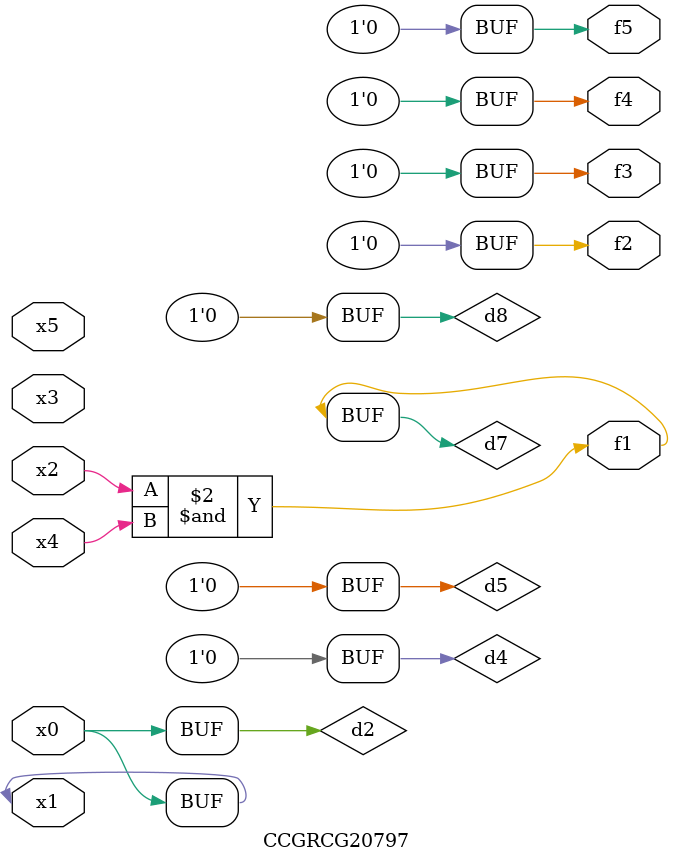
<source format=v>
module CCGRCG20797(
	input x0, x1, x2, x3, x4, x5,
	output f1, f2, f3, f4, f5
);

	wire d1, d2, d3, d4, d5, d6, d7, d8, d9;

	nand (d1, x1);
	buf (d2, x0, x1);
	nand (d3, x2, x4);
	and (d4, d1, d2);
	and (d5, d1, d2);
	nand (d6, d1, d3);
	not (d7, d3);
	xor (d8, d5);
	nor (d9, d5, d6);
	assign f1 = d7;
	assign f2 = d8;
	assign f3 = d8;
	assign f4 = d8;
	assign f5 = d8;
endmodule

</source>
